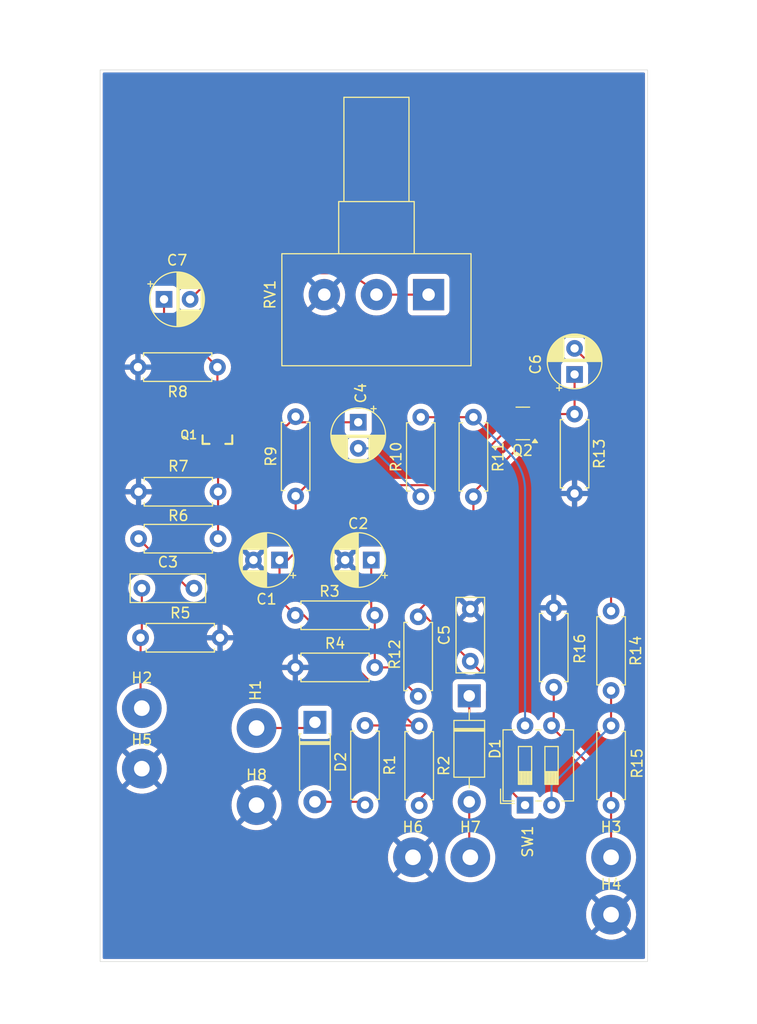
<source format=kicad_pcb>
(kicad_pcb (version 20240108) (generator "pcbnew") (generator_version "8.0")
  (layers (0 "F.Cu" signal) (31 "B.Cu" signal) (34 "B.Paste" user) (35 "F.Paste" user) (36 "B.SilkS" user "B.Silkscreen") (37 "F.SilkS" user "F.Silkscreen") (38 "B.Mask" user) (39 "F.Mask" user) (44 "Edge.Cuts" user))
  (net 0 "")
  (net 1 "Earth")
  (net 2 "/VA")
  (net 3 "/VB")
  (net 4 "Net-(C3-Pad2)")
  (net 5 "Net-(C3-Pad1)")
  (net 6 "Net-(C4-Pad1)")
  (net 7 "Net-(C4-Pad2)")
  (net 8 "/SWA2")
  (net 9 "Net-(Q2-E)")
  (net 10 "Net-(C6-Pad2)")
  (net 11 "Net-(C7-Pad2)")
  (net 12 "Net-(C7-Pad1)")
  (net 13 "Net-(D1-K)")
  (net 14 "+9V")
  (net 15 "Net-(D2-A)")
  (net 16 "Net-(D2-K)")
  (net 17 "/SWB2")
  (net 18 "Net-(Q1-Pad3)")
  (net 19 "/SWA1")
  (net 20 "/SWB1")
  (footprint "Library:1.5mm_MountingHole" (layer "F.Cu") (at 121 82.7)
    (property "Reference" "H2" (at 0 -2.9 0) (layer "F.SilkS"))
    (property "Value" "IN")
    (pad "1" thru_hole circle (at 0 0) (size 2.6 2.6) (drill 1.5) (layers "*.Cu" "*.Mask") (net 5 "Net-(C3-Pad1)"))
    (pad "1" connect circle (at 0 0) (size 3.8 3.8) (layers "F.Cu" "F.Mask") (net 5 "Net-(C3-Pad1)"))
    (pad "1" connect circle (at 0 0) (size 3.8 3.8) (layers "B.Cu" "B.Mask") (net 5 "Net-(C3-Pad1)"))
  )
  (footprint "Library:1.5mm_MountingHole" (layer "F.Cu") (at 166 97)
    (property "Reference" "H3" (at 0 -2.9 0) (layer "F.SilkS"))
    (property "Value" "OUT")
    (pad "1" thru_hole circle (at 0 0) (size 2.6 2.6) (drill 1.5) (layers "*.Cu" "*.Mask") (net 17 "/SWB2"))
    (pad "1" connect circle (at 0 0) (size 3.8 3.8) (layers "F.Cu" "F.Mask") (net 17 "/SWB2"))
    (pad "1" connect circle (at 0 0) (size 3.8 3.8) (layers "B.Cu" "B.Mask") (net 17 "/SWB2"))
  )
  (footprint "Package_TO_SOT_SMD:SOT-23" (layer "F.Cu") (at 157.5375 55.4 180)
    (property "Reference" "Q2" (at 0.0375 -2.6 0) (layer "F.SilkS"))
    (property "Value" "BC849")
    (pad "1" smd roundrect (at -0.9375 -0.95 180) (size 1.475 0.6) (layers "F.Cu" "F.Paste" "F.Mask") (net 8 "/SWA2"))
    (pad "2" smd roundrect (at -0.9375 0.95 180) (size 1.475 0.6) (layers "F.Cu" "F.Paste" "F.Mask") (net 9 "Net-(Q2-E)"))
    (pad "3" smd roundrect (at 0.9375 0 180) (size 1.475 0.6) (layers "F.Cu" "F.Paste" "F.Mask") (net 2 "/VA"))
  )
  (footprint "Library:1.5mm_MountingHole" (layer "F.Cu") (at 132 92)
    (property "Reference" "H8" (at 0 -2.9 0) (layer "F.SilkS"))
    (property "Value" "Earth")
    (pad "1" thru_hole circle (at 0 0) (size 2.6 2.6) (drill 1.5) (layers "*.Cu" "*.Mask") (net 1 "Earth"))
    (pad "1" connect circle (at 0 0) (size 3.8 3.8) (layers "F.Cu" "F.Mask") (net 1 "Earth"))
    (pad "1" connect circle (at 0 0) (size 3.8 3.8) (layers "B.Cu" "B.Mask") (net 1 "Earth"))
  )
  (footprint "Library:StandardResistorPedal" (layer "F.Cu") (at 166 73.39 -90)
    (property "Reference" "R14" (at 3.81 -2.37 90) (layer "F.SilkS"))
    (property "Value" "100R")
    (pad "1" thru_hole circle (at 0 0 270) (size 1.6 1.6) (drill 0.8) (layers "*.Cu" "*.Mask") (net 10 "Net-(C6-Pad2)"))
    (pad "2" thru_hole oval (at 7.62 0 270) (size 1.6 1.6) (drill 0.8) (layers "*.Cu" "*.Mask") (net 20 "/SWB1"))
  )
  (footprint "Library:StandardUnpolarizedCapacitorPedal" (layer "F.Cu") (at 121 71.2)
    (property "Reference" "C3" (at 2.5 -2.5 0) (layer "F.SilkS"))
    (property "Value" "47n")
    (pad "1" thru_hole circle (at 0 0) (size 1.6 1.6) (drill 0.8) (layers "*.Cu" "*.Mask") (net 5 "Net-(C3-Pad1)"))
    (pad "2" thru_hole circle (at 5 0) (size 1.6 1.6) (drill 0.8) (layers "*.Cu" "*.Mask") (net 4 "Net-(C3-Pad2)"))
  )
  (footprint "Library:1.5mm_MountingHole" (layer "F.Cu") (at 132 84.604888 -90)
    (property "Reference" "H1" (at -3.604888 0.1 90) (layer "F.SilkS"))
    (property "Value" "SW.")
    (pad "1" thru_hole circle (at 0 0 270) (size 2.6 2.6) (drill 1.5) (layers "*.Cu" "*.Mask") (net 16 "Net-(D2-K)"))
    (pad "1" connect circle (at 0 0 270) (size 3.8 3.8) (layers "F.Cu" "F.Mask") (net 16 "Net-(D2-K)"))
    (pad "1" connect circle (at 0 0 270) (size 3.8 3.8) (layers "B.Cu" "B.Mask") (net 16 "Net-(D2-K)"))
  )
  (footprint "Library:StandardResistorPedal" (layer "F.Cu") (at 120.69 66.45)
    (property "Reference" "R6" (at 3.81 -2.2 0) (layer "F.SilkS"))
    (property "Value" "33k")
    (pad "1" thru_hole circle (at 0 0) (size 1.6 1.6) (drill 0.8) (layers "*.Cu" "*.Mask") (net 4 "Net-(C3-Pad2)"))
    (pad "2" thru_hole oval (at 7.62 0) (size 1.6 1.6) (drill 0.8) (layers "*.Cu" "*.Mask") (net 18 "Net-(Q1-Pad3)"))
  )
  (footprint "Library:StandardResistorPedal" (layer "F.Cu") (at 147.6 84.41 -90)
    (property "Reference" "R2" (at 3.81 -2.37 90) (layer "F.SilkS"))
    (property "Value" "390R")
    (pad "1" thru_hole circle (at 0 0 270) (size 1.6 1.6) (drill 0.8) (layers "*.Cu" "*.Mask") (net 2 "/VA"))
    (pad "2" thru_hole oval (at 7.62 0 270) (size 1.6 1.6) (drill 0.8) (layers "*.Cu" "*.Mask") (net 13 "Net-(D1-K)"))
  )
  (footprint "Library:StandardDiode1N4000" (layer "F.Cu") (at 137.6 84.06 -90)
    (property "Reference" "D2" (at 3.81 -2.47 90) (layer "F.SilkS"))
    (property "Value" "LED")
    (pad "1" thru_hole rect (at 0 0 270) (size 2.2 2.2) (drill 1.1) (layers "*.Cu" "*.Mask") (net 16 "Net-(D2-K)"))
    (pad "2" thru_hole oval (at 7.62 0 270) (size 2.2 2.2) (drill 1.1) (layers "*.Cu" "*.Mask") (net 15 "Net-(D2-A)"))
  )
  (footprint "Library:StandardResistorPedal" (layer "F.Cu") (at 166 84.39 -90)
    (property "Reference" "R15" (at 3.61 -2.5 90) (layer "F.SilkS"))
    (property "Value" "18k")
    (pad "1" thru_hole circle (at 0 0 270) (size 1.6 1.6) (drill 0.8) (layers "*.Cu" "*.Mask") (net 20 "/SWB1"))
    (pad "2" thru_hole oval (at 7.62 0 270) (size 1.6 1.6) (drill 0.8) (layers "*.Cu" "*.Mask") (net 17 "/SWB2"))
  )
  (footprint "Library:StandardPolarizedCapacitorPedal" (layer "F.Cu") (at 143 68.5 180)
    (property "Reference" "C2" (at 1.25 3.5 0) (layer "F.SilkS"))
    (property "Value" "47uF")
    (pad "1" thru_hole rect (at 0 0 180) (size 1.6 1.6) (drill 0.8) (layers "*.Cu" "*.Mask") (net 3 "/VB"))
    (pad "2" thru_hole circle (at 2.5 0 180) (size 1.6 1.6) (drill 0.8) (layers "*.Cu" "*.Mask") (net 1 "Earth"))
  )
  (footprint "Library:1.5mm_MountingHole" (layer "F.Cu") (at 121 88.5)
    (property "Reference" "H5" (at 0 -2.75 0) (layer "F.SilkS"))
    (property "Value" "Earth")
    (pad "1" thru_hole circle (at 0 0) (size 2.6 2.6) (drill 1.5) (layers "*.Cu" "*.Mask") (net 1 "Earth"))
    (pad "1" connect circle (at 0 0) (size 3.8 3.8) (layers "F.Cu" "F.Mask") (net 1 "Earth"))
    (pad "1" connect circle (at 0 0) (size 3.8 3.8) (layers "B.Cu" "B.Mask") (net 1 "Earth"))
  )
  (footprint "Library:1.5mm_MountingHole" (layer "F.Cu") (at 152.5 97)
    (property "Reference" "H7" (at 0 -2.9 0) (layer "F.SilkS"))
    (property "Value" "+9V")
    (pad "1" thru_hole circle (at 0 0) (size 2.6 2.6) (drill 1.5) (layers "*.Cu" "*.Mask") (net 14 "+9V"))
    (pad "1" connect circle (at 0 0) (size 3.8 3.8) (layers "F.Cu" "F.Mask") (net 14 "+9V"))
    (pad "1" connect circle (at 0 0) (size 3.8 3.8) (layers "B.Cu" "B.Mask") (net 14 "+9V"))
  )
  (footprint "Library:StandardResistorPedal" (layer "F.Cu") (at 147.5 81.56 90)
    (property "Reference" "R12" (at 4.01 -2.25 90) (layer "F.SilkS"))
    (property "Value" "1M")
    (pad "1" thru_hole circle (at 0 0 90) (size 1.6 1.6) (drill 0.8) (layers "*.Cu" "*.Mask") (net 3 "/VB"))
    (pad "2" thru_hole oval (at 7.62 0 90) (size 1.6 1.6) (drill 0.8) (layers "*.Cu" "*.Mask") (net 8 "/SWA2"))
  )
  (footprint "Library:StandardResistorPedal" (layer "F.Cu") (at 162.5 54.5 -90)
    (property "Reference" "R13" (at 3.81 -2.37 90) (layer "F.SilkS"))
    (property "Value" "10k")
    (pad "1" thru_hole circle (at 0 0 270) (size 1.6 1.6) (drill 0.8) (layers "*.Cu" "*.Mask") (net 9 "Net-(Q2-E)"))
    (pad "2" thru_hole oval (at 7.62 0 270) (size 1.6 1.6) (drill 0.8) (layers "*.Cu" "*.Mask") (net 1 "Earth"))
  )
  (footprint "Library:StandardResistorPedal" (layer "F.Cu") (at 135.72 73.794888)
    (property "Reference" "R3" (at 3.28 -2.294888 0) (layer "F.SilkS"))
    (property "Value" "10K")
    (pad "1" thru_hole circle (at 0 0) (size 1.6 1.6) (drill 0.8) (layers "*.Cu" "*.Mask") (net 2 "/VA"))
    (pad "2" thru_hole oval (at 7.62 0) (size 1.6 1.6) (drill 0.8) (layers "*.Cu" "*.Mask") (net 3 "/VB"))
  )
  (footprint "Library:StandardResistorPedal" (layer "F.Cu") (at 135.75 62.37 90)
    (property "Reference" "R9" (at 3.81 -2.37 90) (layer "F.SilkS"))
    (property "Value" "82k")
    (pad "1" thru_hole circle (at 0 0 90) (size 1.6 1.6) (drill 0.8) (layers "*.Cu" "*.Mask") (net 2 "/VA"))
    (pad "2" thru_hole oval (at 7.62 0 90) (size 1.6 1.6) (drill 0.8) (layers "*.Cu" "*.Mask") (net 6 "Net-(C4-Pad1)"))
  )
  (footprint "Library:StandardResistorPedal" (layer "F.Cu") (at 142.4 84.36 -90)
    (property "Reference" "R1" (at 3.81 -2.37 90) (layer "F.SilkS"))
    (property "Value" "22k")
    (pad "1" thru_hole circle (at 0 0 270) (size 1.6 1.6) (drill 0.8) (layers "*.Cu" "*.Mask") (net 2 "/VA"))
    (pad "2" thru_hole oval (at 7.62 0 270) (size 1.6 1.6) (drill 0.8) (layers "*.Cu" "*.Mask") (net 15 "Net-(D2-A)"))
  )
  (footprint "Button_Switch_THT:SW_DIP_SPSTx02_Slide_6.7x6.64mm_W7.62mm_P2.54mm_LowProfile" (layer "F.Cu") (at 157.75 92 90)
    (property "Reference" "SW1" (at -3.5 0.25 90) (layer "F.SilkS"))
    (property "Value" "SW_DIP_x02")
    (pad "1" thru_hole rect (at 0 0 90) (size 1.6 1.6) (drill 0.8) (layers "*.Cu" "*.Mask") (net 8 "/SWA2"))
    (pad "2" thru_hole oval (at 0 2.54 90) (size 1.6 1.6) (drill 0.8) (layers "*.Cu" "*.Mask") (net 20 "/SWB1"))
    (pad "3" thru_hole oval (at 7.62 2.54 90) (size 1.6 1.6) (drill 0.8) (layers "*.Cu" "*.Mask") (net 17 "/SWB2"))
    (pad "4" thru_hole oval (at 7.62 0 90) (size 1.6 1.6) (drill 0.8) (layers "*.Cu" "*.Mask") (net 19 "/SWA1"))
  )
  (footprint "Library:StandardPolarizedCapacitorPedal" (layer "F.Cu") (at 141.751666 55.289775 -90)
    (property "Reference" "C4" (at -2.789775 -0.248334 90) (layer "F.SilkS"))
    (property "Value" "10uF")
    (pad "1" thru_hole rect (at 0 0 270) (size 1.6 1.6) (drill 0.8) (layers "*.Cu" "*.Mask") (net 6 "Net-(C4-Pad1)"))
    (pad "2" thru_hole circle (at 2.5 0 270) (size 1.6 1.6) (drill 0.8) (layers "*.Cu" "*.Mask") (net 7 "Net-(C4-Pad2)"))
  )
  (footprint "Library:StandardResistorPedal" (layer "F.Cu") (at 152.8 54.8 -90)
    (property "Reference" "R11" (at 3.81 -2.37 90) (layer "F.SilkS"))
    (property "Value" "15k")
    (pad "1" thru_hole circle (at 0 0 270) (size 1.6 1.6) (drill 0.8) (layers "*.Cu" "*.Mask") (net 19 "/SWA1"))
    (pad "2" thru_hole oval (at 7.62 0 270) (size 1.6 1.6) (drill 0.8) (layers "*.Cu" "*.Mask") (net 8 "/SWA2"))
  )
  (footprint "Library:StandardResistorPedal" (layer "F.Cu") (at 143.34 78.794888 180)
    (property "Reference" "R4" (at 3.81 2.294888 0) (layer "F.SilkS"))
    (property "Value" "10k")
    (pad "1" thru_hole circle (at 0 0 180) (size 1.6 1.6) (drill 0.8) (layers "*.Cu" "*.Mask") (net 3 "/VB"))
    (pad "2" thru_hole oval (at 7.62 0 180) (size 1.6 1.6) (drill 0.8) (layers "*.Cu" "*.Mask") (net 1 "Earth"))
  )
  (footprint "Library:SOT23" (layer "F.Cu") (at 128.25 56.7 180)
    (property "Reference" "Q1" (at 2.75 0.2 0) (layer "F.SilkS") (effects (font (size 0.80089 0.80089))))
    (property "Value" "MMBF5457_")
    (pad "1" smd rect (at -0.95 1.1 180) (size 1 1.4) (layers "F.Cu" "F.Paste" "F.Mask") (net 6 "Net-(C4-Pad1)"))
    (pad "2" smd rect (at 0.95 1.1 180) (size 1 1.4) (layers "F.Cu" "F.Paste" "F.Mask") (net 12 "Net-(C7-Pad1)"))
    (pad "3" smd rect (at 0 -1.1 180) (size 1 1.4) (layers "F.Cu" "F.Paste" "F.Mask") (net 18 "Net-(Q1-Pad3)"))
  )
  (footprint "Library:StandardPolarizedCapacitorPedal" (layer "F.Cu") (at 123.13 43.5)
    (property "Reference" "C7" (at 1.25 -3.75 0) (layer "F.SilkS"))
    (property "Value" "10uF")
    (pad "1" thru_hole rect (at 0 0) (size 1.6 1.6) (drill 0.8) (layers "*.Cu" "*.Mask") (net 12 "Net-(C7-Pad1)"))
    (pad "2" thru_hole circle (at 2.5 0) (size 1.6 1.6) (drill 0.8) (layers "*.Cu" "*.Mask") (net 11 "Net-(C7-Pad2)"))
  )
  (footprint "Library:StandardResistorPedal" (layer "F.Cu") (at 147.753332 62.42 90)
    (property "Reference" "R10" (at 3.81 -2.37 90) (layer "F.SilkS"))
    (property "Value" "1k")
    (pad "1" thru_hole circle (at 0 0 90) (size 1.6 1.6) (drill 0.8) (layers "*.Cu" "*.Mask") (net 7 "Net-(C4-Pad2)"))
    (pad "2" thru_hole oval (at 7.62 0 90) (size 1.6 1.6) (drill 0.8) (layers "*.Cu" "*.Mask") (net 19 "/SWA1"))
  )
  (footprint "Library:StandardResistorPedal" (layer "F.Cu") (at 128.25 50 180)
    (property "Reference" "R8" (at 3.81 -2.37 0) (layer "F.SilkS"))
    (property "Value" "47k")
    (pad "1" thru_hole circle (at 0 0 180) (size 1.6 1.6) (drill 0.8) (layers "*.Cu" "*.Mask") (net 12 "Net-(C7-Pad1)"))
    (pad "2" thru_hole oval (at 7.62 0 180) (size 1.6 1.6) (drill 0.8) (layers "*.Cu" "*.Mask") (net 1 "Earth"))
  )
  (footprint "Library:StandardResistorPedal" (layer "F.Cu") (at 120.88 75.95)
    (property "Reference" "R5" (at 3.81 -2.37 0) (layer "F.SilkS"))
    (property "Value" "1M")
    (pad "1" thru_hole circle (at 0 0) (size 1.6 1.6) (drill 0.8) (layers "*.Cu" "*.Mask") (net 5 "Net-(C3-Pad1)"))
    (pad "2" thru_hole oval (at 7.62 0) (size 1.6 1.6) (drill 0.8) (layers "*.Cu" "*.Mask") (net 1 "Earth"))
  )
  (footprint "Library:1.5mm_MountingHole" (layer "F.Cu") (at 147 97)
    (property "Reference" "H6" (at 0 -2.9 0) (layer "F.SilkS"))
    (property "Value" "Earth")
    (pad "1" thru_hole circle (at 0 0) (size 2.6 2.6) (drill 1.5) (layers "*.Cu" "*.Mask") (net 1 "Earth"))
    (pad "1" connect circle (at 0 0) (size 3.8 3.8) (layers "F.Cu" "F.Mask") (net 1 "Earth"))
    (pad "1" connect circle (at 0 0) (size 3.8 3.8) (layers "B.Cu" "B.Mask") (net 1 "Earth"))
  )
  (footprint "Diode_THT:D_DO-41_SOD81_P10.16mm_Horizontal" (layer "F.Cu") (at 152.4 81.52 -90)
    (property "Reference" "D1" (at 5.08 -2.47 90) (layer "F.SilkS"))
    (property "Value" "1N5819")
    (pad "1" thru_hole rect (at 0 0 270) (size 2.2 2.2) (drill 1.1) (layers "*.Cu" "*.Mask") (net 13 "Net-(D1-K)"))
    (pad "2" thru_hole oval (at 10.16 0 270) (size 2.2 2.2) (drill 1.1) (layers "*.Cu" "*.Mask") (net 14 "+9V"))
  )
  (footprint "Library:1.5mm_MountingHole" (layer "F.Cu") (at 166 102.5)
    (property "Reference" "H4" (at 0 -2.9 0) (layer "F.SilkS"))
    (property "Value" "Earth")
    (pad "1" thru_hole circle (at 0 0) (size 2.6 2.6) (drill 1.5) (layers "*.Cu" "*.Mask") (net 1 "Earth"))
    (pad "1" connect circle (at 0 0) (size 3.8 3.8) (layers "F.Cu" "F.Mask") (net 1 "Earth"))
    (pad "1" connect circle (at 0 0) (size 3.8 3.8) (layers "B.Cu" "B.Mask") (net 1 "Earth"))
  )
  (footprint "Library:StandardResistorPedal" (layer "F.Cu") (at 128.31 61.95 180)
    (property "Reference" "R7" (at 3.81 2.45 0) (layer "F.SilkS"))
    (property "Value" "1M")
    (pad "1" thru_hole circle (at 0 0 180) (size 1.6 1.6) (drill 0.8) (layers "*.Cu" "*.Mask") (net 18 "Net-(Q1-Pad3)"))
    (pad "2" thru_hole oval (at 7.62 0 180) (size 1.6 1.6) (drill 0.8) (layers "*.Cu" "*.Mask") (net 1 "Earth"))
  )
  (footprint "Library:StandardPolarizedCapacitorPedal" (layer "F.Cu") (at 162.5 50.705112 90)
    (property "Reference" "C6" (at 0.97 -3.75 90) (layer "F.SilkS"))
    (property "Value" "10uF")
    (pad "1" thru_hole rect (at 0 0 90) (size 1.6 1.6) (drill 0.8) (layers "*.Cu" "*.Mask") (net 9 "Net-(Q2-E)"))
    (pad "2" thru_hole circle (at 2.5 0 90) (size 1.6 1.6) (drill 0.8) (layers "*.Cu" "*.Mask") (net 10 "Net-(C6-Pad2)"))
  )
  (footprint "Library:StandardPolarizedCapacitorPedal" (layer "F.Cu") (at 134.205113 68.5 180)
    (property "Reference" "C1" (at 1.25 -3.75 0) (layer "F.SilkS"))
    (property "Value" "47uF")
    (pad "1" thru_hole rect (at 0 0 180) (size 1.6 1.6) (drill 0.8) (layers "*.Cu" "*.Mask") (net 2 "/VA"))
    (pad "2" thru_hole circle (at 2.5 0 180) (size 1.6 1.6) (drill 0.8) (layers "*.Cu" "*.Mask") (net 1 "Earth"))
  )
  (footprint "Library:StandardPot" (layer "F.Cu") (at 148.5 43.05 -90)
    (property "Reference" "RV1" (at 0 15.2 90) (layer "F.SilkS"))
    (property "Value" "10kC")
    (pad "1" thru_hole rect (at 0 0 90) (size 3 3) (drill 1.2) (layers "*.Cu" "*.Mask") (net 11 "Net-(C7-Pad2)"))
    (pad "2" thru_hole circle (at 0 5 90) (size 3 3) (drill 1.2) (layers "*.Cu" "*.Mask") (net 11 "Net-(C7-Pad2)"))
    (pad "3" thru_hole circle (at 0 10 90) (size 3 3) (drill 1.2) (layers "*.Cu" "*.Mask") (net 1 "Earth"))
  )
  (footprint "Library:StandardUnpolarizedCapacitorPedal" (layer "F.Cu") (at 152.5 78.2 90)
    (property "Reference" "C5" (at 2.5 -2.5 90) (layer "F.SilkS"))
    (property "Value" "33n")
    (pad "1" thru_hole circle (at 0 0 90) (size 1.6 1.6) (drill 0.8) (layers "*.Cu" "*.Mask") (net 8 "/SWA2"))
    (pad "2" thru_hole circle (at 5 0 90) (size 1.6 1.6) (drill 0.8) (layers "*.Cu" "*.Mask") (net 1 "Earth"))
  )
  (footprint "Library:StandardResistorPedal" (layer "F.Cu") (at 160.5 80.7 90)
    (property "Reference" "R16" (at 3.7 2.5 90) (layer "F.SilkS"))
    (property "Value" "47k")
    (pad "1" thru_hole circle (at 0 0 90) (size 1.6 1.6) (drill 0.8) (layers "*.Cu" "*.Mask") (net 17 "/SWB2"))
    (pad "2" thru_hole oval (at 7.62 0 90) (size 1.6 1.6) (drill 0.8) (layers "*.Cu" "*.Mask") (net 1 "Earth"))
  )
  (gr_rect (start 117 21.5) (end 169.5 107) (stroke (width 0.05)) (fill none) (layer "Edge.Cuts"))
  (segment (start 152.144466 59.855534) (end 156.6 55.4) (width 0.2) (layer "F.Cu") (net 2))
  (segment (start 147.1 84.36) (end 136.534888 73.794888) (width 0.2) (layer "F.Cu") (net 2))
  (segment (start 134.205113 72.280001) (end 135.72 73.794888) (width 0.2) (layer "F.Cu") (net 2))
  (segment (start 135.75 62.37) (end 135.75 67.727556) (width 0.2) (layer "F.Cu") (net 2))
  (segment (start 135.75 67.727556) (end 134.205113 69.272443) (width 0.2) (layer "F.Cu") (net 2))
  (segment (start 142.4 84.36) (end 147.1 84.36) (width 0.2) (layer "F.Cu") (net 2))
  (segment (start 135.75 62.37) (end 136.8 61.32) (width 0.2) (layer "F.Cu") (net 2))
  (segment (start 136.534888 73.794888) (end 135.72 73.794888) (width 0.2) (layer "F.Cu") (net 2))
  (segment (start 134.205113 68.6) (end 134.205113 72.280001) (width 0.2) (layer "F.Cu") (net 2))
  (segment (start 136.8 61.32) (end 148.608932 61.32) (width 0.2) (layer "F.Cu") (net 2))
  (arc (start 148.608932 61.32) (mid 150.522349 60.939398) (end 152.144466 59.855534) (width 0.2) (layer "F.Cu") (net 2))
  (segment (start 143.34 78.794888) (end 143.34 73.794888) (width 0.2) (layer "F.Cu") (net 3))
  (segment (start 143 68.5) (end 143 73.454888) (width 0.2) (layer "F.Cu") (net 3))
  (segment (start 144.734888 78.794888) (end 147.5 81.56) (width 0.2) (layer "F.Cu") (net 3))
  (segment (start 143 73.454888) (end 143.34 73.794888) (width 0.2) (layer "F.Cu") (net 3))
  (segment (start 143.34 78.794888) (end 144.734888 78.794888) (width 0.2) (layer "F.Cu") (net 3))
  (segment (start 125.44 71.2) (end 126 71.2) (width 0.2) (layer "F.Cu") (net 4))
  (segment (start 120.69 66.45) (end 125.44 71.2) (width 0.2) (layer "F.Cu") (net 4))
  (segment (start 121 75.83) (end 120.88 75.95) (width 0.2) (layer "F.Cu") (net 5))
  (segment (start 120.88 75.95) (end 120.88 82.58) (width 0.2) (layer "F.Cu") (net 5))
  (segment (start 120.88 82.58) (end 121 82.7) (width 0.2) (layer "F.Cu") (net 5))
  (segment (start 121 71.2) (end 121 75.83) (width 0.2) (layer "F.Cu") (net 5))
  (segment (start 141.751666 55.289775) (end 136.289775 55.289775) (width 0.2) (layer "F.Cu") (net 6))
  (segment (start 136.289775 55.289775) (end 135.75 54.75) (width 0.2) (layer "F.Cu") (net 6))
  (segment (start 134.9 55.6) (end 135.75 54.75) (width 0.2) (layer "F.Cu") (net 6))
  (segment (start 129.2 55.6) (end 134.9 55.6) (width 0.2) (layer "F.Cu") (net 6))
  (segment (start 143.123107 57.789775) (end 147.753332 62.42) (width 0.2) (layer "B.Cu") (net 7))
  (segment (start 141.751666 57.789775) (end 143.123107 57.789775) (width 0.2) (layer "B.Cu") (net 7))
  (segment (start 158.475 56.35) (end 152.8 62.025) (width 0.2) (layer "F.Cu") (net 8))
  (segment (start 156.864466 91.114466) (end 157.75 92) (width 0.2) (layer "F.Cu") (net 8))
  (segment (start 155.4 83.171068) (end 155.4 87.578932) (width 0.2) (layer "F.Cu") (net 8))
  (segment (start 152.8 62.025) (end 152.8 62.42) (width 0.2) (layer "F.Cu") (net 8))
  (segment (start 152.5 78.2) (end 153.935534 79.635534) (width 0.2) (layer "F.Cu") (net 8))
  (segment (start 151.335534 69.554466) (end 147 73.89) (width 0.2) (layer "F.Cu") (net 8))
  (segment (start 152.5 78.2) (end 148.24 73.94) (width 0.2) (layer "F.Cu") (net 8))
  (segment (start 148.24 73.94) (end 147.5 73.94) (width 0.2) (layer "F.Cu") (net 8))
  (segment (start 158.85 56.35) (end 159 56.5) (width 0.2) (layer "F.Cu") (net 8))
  (segment (start 152.8 62.42) (end 152.8 66.018932) (width 0.2) (layer "F.Cu") (net 8))
  (arc (start 155.4 83.171068) (mid 155.019398 81.257651) (end 153.935534 79.635534) (width 0.2) (layer "F.Cu") (net 8))
  (arc (start 156.864466 91.114466) (mid 155.780602 89.492349) (end 155.4 87.578932) (width 0.2) (layer "F.Cu") (net 8))
  (arc (start 151.335534 69.554466) (mid 152.419398 67.932349) (end 152.8 66.018932) (width 0.2) (layer "F.Cu") (net 8))
  (segment (start 158.525 54.5) (end 158.475 54.45) (width 0.2) (layer "F.Cu") (net 9))
  (segment (start 162.5 50.705112) (end 162.5 54.5) (width 0.2) (layer "F.Cu") (net 9))
  (segment (start 162.5 54.5) (end 158.525 54.5) (width 0.2) (layer "F.Cu") (net 9))
  (segment (start 164.535534 50.240646) (end 162.5 48.205112) (width 0.2) (layer "F.Cu") (net 10))
  (segment (start 166 73.39) (end 166 53.77618) (width 0.2) (layer "F.Cu") (net 10))
  (arc (start 166 53.77618) (mid 165.619398 51.862763) (end 164.535534 50.240646) (width 0.2) (layer "F.Cu") (net 10))
  (segment (start 130.201068 41) (end 139.378932 41) (width 0.2) (layer "F.Cu") (net 11))
  (segment (start 125.63 43.5) (end 126.665534 42.464466) (width 0.2) (layer "F.Cu") (net 11))
  (segment (start 143.5 43.05) (end 148.5 43.05) (width 0.2) (layer "F.Cu") (net 11))
  (segment (start 142.914466 42.464466) (end 143.5 43.05) (width 0.2) (layer "F.Cu") (net 11))
  (arc (start 130.201068 41) (mid 128.287651 41.380602) (end 126.665534 42.464466) (width 0.2) (layer "F.Cu") (net 11))
  (arc (start 142.914466 42.464466) (mid 141.292349 41.380602) (end 139.378932 41) (width 0.2) (layer "F.Cu") (net 11))
  (segment (start 123.13 44.88) (end 128.25 50) (width 0.2) (layer "F.Cu") (net 12))
  (segment (start 123.13 43.5) (end 123.13 44.88) (width 0.2) (layer "F.Cu") (net 12))
  (segment (start 128.25 54.65) (end 127.3 55.6) (width 0.2) (layer "F.Cu") (net 12))
  (segment (start 128.25 50) (end 128.25 54.65) (width 0.2) (layer "F.Cu") (net 12))
  (segment (start 152.4 81.52) (end 152.4 84.608932) (width 0.2) (layer "F.Cu") (net 13))
  (segment (start 150.935534 88.144466) (end 147.1 91.98) (width 0.2) (layer "F.Cu") (net 13))
  (segment (start 152.4 81.1) (end 152.5 81) (width 0.2) (layer "F.Cu") (net 13))
  (arc (start 152.4 84.608932) (mid 152.019398 86.522349) (end 150.935534 88.144466) (width 0.2) (layer "F.Cu") (net 13))
  (segment (start 152.4 96.9) (end 152.5 97) (width 0.2) (layer "F.Cu") (net 14))
  (segment (start 152.4 91.68) (end 152.4 95.9) (width 0.2) (layer "F.Cu") (net 14))
  (segment (start 142.1 91.68) (end 142.4 91.98) (width 0.2) (layer "F.Cu") (net 15))
  (segment (start 137.6 91.68) (end 142.1 91.68) (width 0.2) (layer "F.Cu") (net 15))
  (segment (start 137.055112 84.604888) (end 137.6 84.06) (width 0.2) (layer "F.Cu") (net 16))
  (segment (start 132.1 84.604888) (end 137.055112 84.604888) (width 0.2) (layer "F.Cu") (net 16))
  (segment (start 160.29 84.38) (end 160.29 84.21) (width 0.2) (layer "F.Cu") (net 17))
  (segment (start 166 90.2) (end 160.29 84.49) (width 0.2) (layer "F.Cu") (net 17))
  (segment (start 160.29 84.49) (end 160.29 84.38) (width 0.2) (layer "F.Cu") (net 17))
  (segment (start 160.29 84.21) (end 160.5 84) (width 0.2) (layer "F.Cu") (net 17))
  (segment (start 166 97) (end 166 92.01) (width 0.2) (layer "F.Cu") (net 17))
  (segment (start 160.5 84) (end 160.5 80.7) (width 0.2) (layer "F.Cu") (net 17))
  (segment (start 166 92.01) (end 166 90.2) (width 0.2) (layer "F.Cu") (net 17))
  (segment (start 128.31 57.86) (end 128.25 57.8) (width 0.2) (layer "F.Cu") (net 18))
  (segment (start 128.31 61.95) (end 128.31 66.45) (width 0.2) (layer "F.Cu") (net 18))
  (segment (start 128.31 61.95) (end 128.31 57.86) (width 0.2) (layer "F.Cu") (net 18))
  (segment (start 147.753332 54.8) (end 152.8 54.8) (width 0.2) (layer "F.Cu") (net 19))
  (segment (start 157.75 61.821068) (end 157.75 84.38) (width 0.2) (layer "B.Cu") (net 19))
  (segment (start 152.8 54.8) (end 156.285534 58.285534) (width 0.2) (layer "B.Cu") (net 19))
  (arc (start 157.75 61.821068) (mid 157.369398 59.907651) (end 156.285534 58.285534) (width 0.2) (layer "B.Cu") (net 19))
  (segment (start 166 81.01) (end 166 84.39) (width 0.2) (layer "F.Cu") (net 20))
  (segment (start 160.29 90.1) (end 166 84.39) (width 0.2) (layer "B.Cu") (net 20))
  (segment (start 160.29 92) (end 160.29 90.1) (width 0.2) (layer "B.Cu") (net 20))
  (zone (net 1) (net_name "Earth") (layers "F&B.Cu") (connect_pads (clearance 0.5)) (min_thickness 0.25) (fill yes (thermal_gap 0.5) (thermal_bridge_width 0.5))
    (polygon (pts (xy 108.4 17) (xy 179.6 17.6) (xy 180 113) (xy 107.4 112.2) (xy 111.8 14.8)))
  )
)
</source>
